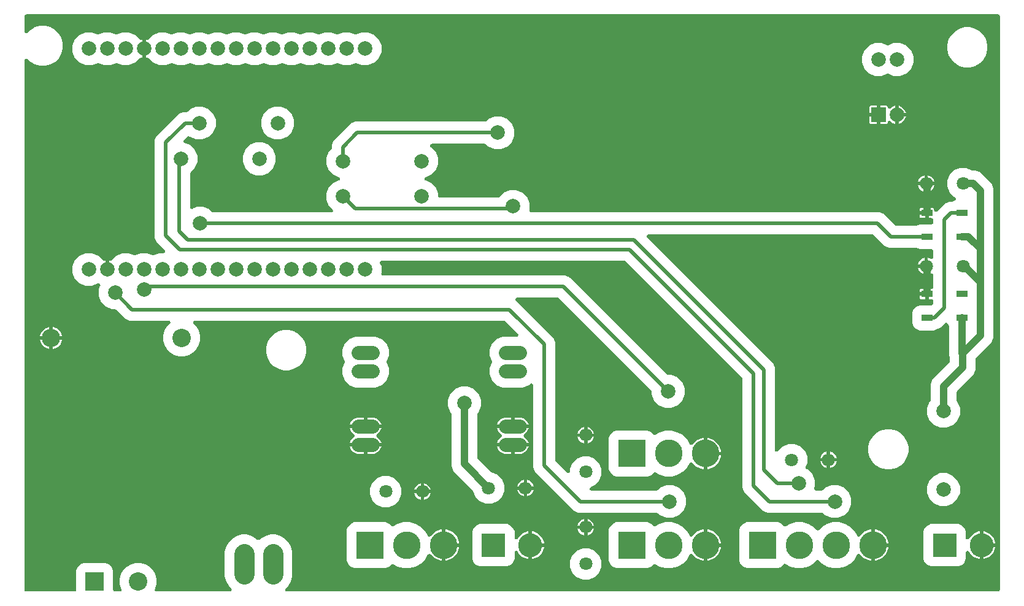
<source format=gbr>
G04 EAGLE Gerber RS-274X export*
G75*
%MOMM*%
%FSLAX34Y34*%
%LPD*%
%INTop Copper*%
%IPPOS*%
%AMOC8*
5,1,8,0,0,1.08239X$1,22.5*%
G01*
G04 Define Apertures*
%ADD10C,2.800000*%
%ADD11R,3.302000X3.302000*%
%ADD12C,3.302000*%
%ADD13R,3.810000X3.810000*%
%ADD14C,3.810000*%
%ADD15C,1.800000*%
%ADD16R,2.540000X2.540000*%
%ADD17C,2.540000*%
%ADD18C,2.000000*%
%ADD19R,2.000000X2.000000*%
%ADD20C,1.930400*%
%ADD21R,1.500000X0.900000*%
%ADD22C,1.016000*%
%ADD23C,0.508000*%
G36*
X82751Y12901D02*
X81760Y12700D01*
X15240Y12700D01*
X14324Y12871D01*
X13473Y13416D01*
X12901Y14249D01*
X12700Y15240D01*
X12700Y745994D01*
X12856Y746872D01*
X13388Y747732D01*
X14212Y748317D01*
X15200Y748534D01*
X16193Y748349D01*
X17036Y747790D01*
X20992Y743834D01*
X27308Y740188D01*
X34353Y738300D01*
X41647Y738300D01*
X48692Y740188D01*
X55008Y743834D01*
X60166Y748992D01*
X63812Y755308D01*
X65700Y762353D01*
X65700Y769647D01*
X63812Y776692D01*
X60166Y783008D01*
X55008Y788166D01*
X48692Y791812D01*
X41647Y793700D01*
X34353Y793700D01*
X27308Y791812D01*
X20992Y788166D01*
X17036Y784210D01*
X16305Y783700D01*
X15321Y783467D01*
X14324Y783637D01*
X13473Y784181D01*
X12901Y785015D01*
X12700Y786006D01*
X12700Y806960D01*
X12871Y807876D01*
X13416Y808727D01*
X14249Y809299D01*
X15240Y809500D01*
X1356160Y809500D01*
X1357076Y809329D01*
X1357927Y808784D01*
X1358499Y807951D01*
X1358700Y806960D01*
X1358700Y15240D01*
X1358529Y14324D01*
X1357984Y13473D01*
X1357151Y12901D01*
X1356160Y12700D01*
X375392Y12700D01*
X374514Y12856D01*
X373654Y13388D01*
X373069Y14212D01*
X372852Y15200D01*
X373037Y16193D01*
X373596Y17036D01*
X376965Y20406D01*
X380480Y26494D01*
X382300Y33285D01*
X382300Y68315D01*
X380480Y75106D01*
X376965Y81194D01*
X371994Y86165D01*
X365906Y89680D01*
X359115Y91500D01*
X352085Y91500D01*
X345294Y89680D01*
X339206Y86165D01*
X337596Y84556D01*
X336828Y84029D01*
X335841Y83812D01*
X334847Y83997D01*
X334004Y84556D01*
X332394Y86165D01*
X326306Y89680D01*
X319515Y91500D01*
X312485Y91500D01*
X305694Y89680D01*
X299606Y86165D01*
X294635Y81194D01*
X291120Y75106D01*
X289300Y68315D01*
X289300Y33285D01*
X291120Y26494D01*
X294635Y20406D01*
X298004Y17036D01*
X298514Y16305D01*
X298747Y15321D01*
X298578Y14324D01*
X298033Y13473D01*
X297199Y12901D01*
X296208Y12700D01*
X195230Y12700D01*
X194031Y13001D01*
X193253Y13646D01*
X192788Y14544D01*
X192710Y15551D01*
X193031Y16510D01*
X193369Y17096D01*
X195100Y23556D01*
X195100Y30244D01*
X193369Y36704D01*
X190025Y42496D01*
X185296Y47225D01*
X179504Y50569D01*
X173044Y52300D01*
X166356Y52300D01*
X159896Y50569D01*
X154104Y47225D01*
X149375Y42496D01*
X146031Y36704D01*
X144300Y30244D01*
X144300Y23556D01*
X146031Y17096D01*
X146369Y16510D01*
X146708Y15321D01*
X146539Y14324D01*
X145994Y13473D01*
X145160Y12901D01*
X144170Y12700D01*
X137640Y12700D01*
X136724Y12871D01*
X135873Y13416D01*
X135301Y14249D01*
X135100Y15240D01*
X135100Y42126D01*
X133167Y46794D01*
X129594Y50367D01*
X124926Y52300D01*
X94474Y52300D01*
X89806Y50367D01*
X86233Y46794D01*
X84300Y42126D01*
X84300Y15240D01*
X84129Y14324D01*
X83584Y13473D01*
X82751Y12901D01*
G37*
%LPC*%
G36*
X1310353Y736300D02*
X1317647Y736300D01*
X1324692Y738188D01*
X1331008Y741834D01*
X1336166Y746992D01*
X1339812Y753308D01*
X1341700Y760353D01*
X1341700Y767647D01*
X1339812Y774692D01*
X1336166Y781008D01*
X1331008Y786166D01*
X1324692Y789812D01*
X1317647Y791700D01*
X1310353Y791700D01*
X1303308Y789812D01*
X1296992Y786166D01*
X1291834Y781008D01*
X1288188Y774692D01*
X1286300Y767647D01*
X1286300Y760353D01*
X1288188Y753308D01*
X1291834Y746992D01*
X1296992Y741834D01*
X1303308Y738188D01*
X1310353Y736300D01*
G37*
G36*
X198685Y739300D02*
X207715Y739300D01*
X214928Y742288D01*
X215880Y742481D01*
X216872Y742288D01*
X224085Y739300D01*
X233115Y739300D01*
X240328Y742288D01*
X241280Y742481D01*
X242272Y742288D01*
X249485Y739300D01*
X258515Y739300D01*
X265728Y742288D01*
X266680Y742481D01*
X267672Y742288D01*
X274885Y739300D01*
X283915Y739300D01*
X291128Y742288D01*
X292080Y742481D01*
X293072Y742288D01*
X300285Y739300D01*
X309315Y739300D01*
X316528Y742288D01*
X317480Y742481D01*
X318472Y742288D01*
X325685Y739300D01*
X334715Y739300D01*
X341928Y742288D01*
X342880Y742481D01*
X343872Y742288D01*
X351085Y739300D01*
X360115Y739300D01*
X367328Y742288D01*
X368280Y742481D01*
X369272Y742288D01*
X376485Y739300D01*
X385515Y739300D01*
X392728Y742288D01*
X393680Y742481D01*
X394672Y742288D01*
X401885Y739300D01*
X410915Y739300D01*
X418128Y742288D01*
X419080Y742481D01*
X420072Y742288D01*
X427285Y739300D01*
X436315Y739300D01*
X443528Y742288D01*
X444480Y742481D01*
X445472Y742288D01*
X452685Y739300D01*
X461715Y739300D01*
X468928Y742288D01*
X469880Y742481D01*
X470872Y742288D01*
X478085Y739300D01*
X487115Y739300D01*
X495459Y742756D01*
X501844Y749142D01*
X505300Y757485D01*
X505300Y766515D01*
X501844Y774859D01*
X495459Y781244D01*
X487115Y784700D01*
X478085Y784700D01*
X470872Y781712D01*
X469920Y781519D01*
X468928Y781712D01*
X461715Y784700D01*
X452685Y784700D01*
X445472Y781712D01*
X444520Y781519D01*
X443528Y781712D01*
X436315Y784700D01*
X427285Y784700D01*
X420072Y781712D01*
X419120Y781519D01*
X418128Y781712D01*
X410915Y784700D01*
X401885Y784700D01*
X394672Y781712D01*
X393720Y781519D01*
X392728Y781712D01*
X385515Y784700D01*
X376485Y784700D01*
X369272Y781712D01*
X368320Y781519D01*
X367328Y781712D01*
X360115Y784700D01*
X351085Y784700D01*
X343872Y781712D01*
X342920Y781519D01*
X341928Y781712D01*
X334715Y784700D01*
X325685Y784700D01*
X318472Y781712D01*
X317520Y781519D01*
X316528Y781712D01*
X309315Y784700D01*
X300285Y784700D01*
X293072Y781712D01*
X292120Y781519D01*
X291128Y781712D01*
X283915Y784700D01*
X274885Y784700D01*
X267672Y781712D01*
X266720Y781519D01*
X265728Y781712D01*
X258515Y784700D01*
X249485Y784700D01*
X242272Y781712D01*
X241320Y781519D01*
X240328Y781712D01*
X233115Y784700D01*
X224085Y784700D01*
X216872Y781712D01*
X215920Y781519D01*
X214928Y781712D01*
X207715Y784700D01*
X198685Y784700D01*
X190342Y781244D01*
X183858Y774761D01*
X183072Y774226D01*
X182083Y774017D01*
X181090Y774210D01*
X180300Y774538D01*
X180300Y749462D01*
X181090Y749790D01*
X182022Y749983D01*
X183016Y749797D01*
X183858Y749239D01*
X190342Y742756D01*
X198685Y739300D01*
G37*
G36*
X97085Y739300D02*
X106115Y739300D01*
X113328Y742288D01*
X114280Y742481D01*
X115272Y742288D01*
X122485Y739300D01*
X131515Y739300D01*
X138728Y742288D01*
X139680Y742481D01*
X140672Y742288D01*
X147885Y739300D01*
X156915Y739300D01*
X165259Y742756D01*
X171742Y749239D01*
X172528Y749774D01*
X173518Y749983D01*
X174510Y749790D01*
X175300Y749462D01*
X175300Y774538D01*
X174510Y774210D01*
X173578Y774017D01*
X172584Y774203D01*
X171742Y774761D01*
X165259Y781244D01*
X156915Y784700D01*
X147885Y784700D01*
X140672Y781712D01*
X139720Y781519D01*
X138728Y781712D01*
X131515Y784700D01*
X122485Y784700D01*
X115272Y781712D01*
X114320Y781519D01*
X113328Y781712D01*
X106115Y784700D01*
X97085Y784700D01*
X88742Y781244D01*
X82356Y774859D01*
X78900Y766515D01*
X78900Y757485D01*
X82356Y749142D01*
X88742Y742756D01*
X97085Y739300D01*
G37*
G36*
X1186785Y724400D02*
X1195815Y724400D01*
X1203028Y727388D01*
X1203980Y727581D01*
X1204972Y727388D01*
X1212185Y724400D01*
X1221215Y724400D01*
X1229559Y727856D01*
X1235944Y734242D01*
X1239400Y742585D01*
X1239400Y751615D01*
X1235944Y759959D01*
X1229559Y766344D01*
X1221215Y769800D01*
X1212185Y769800D01*
X1204972Y766812D01*
X1204020Y766619D01*
X1203028Y766812D01*
X1195815Y769800D01*
X1186785Y769800D01*
X1178442Y766344D01*
X1172056Y759959D01*
X1168600Y751615D01*
X1168600Y742585D01*
X1172056Y734242D01*
X1178442Y727856D01*
X1186785Y724400D01*
G37*
G36*
X1178760Y673400D02*
X1188800Y673400D01*
X1188800Y683440D01*
X1180248Y683440D01*
X1178760Y681952D01*
X1178760Y673400D01*
G37*
G36*
X1193800Y658360D02*
X1202352Y658360D01*
X1203840Y659848D01*
X1203840Y659894D01*
X1203996Y660771D01*
X1204528Y661632D01*
X1205352Y662216D01*
X1206340Y662433D01*
X1207333Y662248D01*
X1208176Y661690D01*
X1209597Y660269D01*
X1214200Y658362D01*
X1214200Y683438D01*
X1209597Y681531D01*
X1208176Y680110D01*
X1207445Y679600D01*
X1206461Y679368D01*
X1205464Y679537D01*
X1204613Y680082D01*
X1204041Y680916D01*
X1203840Y681906D01*
X1203840Y681952D01*
X1202352Y683440D01*
X1193800Y683440D01*
X1193800Y658360D01*
G37*
G36*
X1219200Y673400D02*
X1229238Y673400D01*
X1227331Y678003D01*
X1223803Y681531D01*
X1219200Y683438D01*
X1219200Y673400D01*
G37*
G36*
X357685Y636800D02*
X366715Y636800D01*
X375059Y640256D01*
X381444Y646642D01*
X384900Y654985D01*
X384900Y664015D01*
X381444Y672359D01*
X375059Y678744D01*
X366715Y682200D01*
X357685Y682200D01*
X349342Y678744D01*
X342956Y672359D01*
X339500Y664015D01*
X339500Y654985D01*
X342956Y646642D01*
X349342Y640256D01*
X357685Y636800D01*
G37*
G36*
X898485Y114300D02*
X907515Y114300D01*
X915859Y117756D01*
X922244Y124142D01*
X925700Y132485D01*
X925700Y141515D01*
X922244Y149859D01*
X915859Y156244D01*
X907515Y159700D01*
X898485Y159700D01*
X890142Y156244D01*
X886881Y152984D01*
X886076Y152441D01*
X885085Y152240D01*
X795167Y152240D01*
X794308Y152390D01*
X793444Y152914D01*
X792853Y153734D01*
X792628Y154719D01*
X792805Y155715D01*
X793357Y156562D01*
X794195Y157127D01*
X799692Y159404D01*
X805796Y165508D01*
X809100Y173484D01*
X809100Y182116D01*
X805796Y190092D01*
X799692Y196196D01*
X791716Y199500D01*
X783084Y199500D01*
X775108Y196196D01*
X769004Y190092D01*
X765700Y182116D01*
X765700Y178985D01*
X765544Y178107D01*
X765012Y177247D01*
X764188Y176662D01*
X763201Y176445D01*
X762207Y176630D01*
X761364Y177189D01*
X745984Y192569D01*
X745441Y193374D01*
X745240Y194365D01*
X745240Y357031D01*
X742920Y362633D01*
X691049Y414504D01*
X690539Y415235D01*
X690306Y416219D01*
X690476Y417216D01*
X691020Y418067D01*
X691854Y418639D01*
X692845Y418840D01*
X748555Y418840D01*
X749509Y418654D01*
X750351Y418096D01*
X877556Y290891D01*
X878099Y290086D01*
X878300Y289095D01*
X878300Y284485D01*
X881756Y276142D01*
X888142Y269756D01*
X896485Y266300D01*
X905515Y266300D01*
X913859Y269756D01*
X920244Y276142D01*
X923700Y284485D01*
X923700Y293515D01*
X920244Y301859D01*
X913859Y308244D01*
X905515Y311700D01*
X900905Y311700D01*
X899951Y311886D01*
X899109Y312444D01*
X764553Y447000D01*
X758951Y449320D01*
X507708Y449320D01*
X506811Y449484D01*
X505955Y450022D01*
X505377Y450851D01*
X505168Y451840D01*
X505300Y452519D01*
X505300Y461715D01*
X503423Y466248D01*
X503230Y467139D01*
X503400Y468136D01*
X503945Y468987D01*
X504778Y469559D01*
X505769Y469760D01*
X840635Y469760D01*
X841589Y469574D01*
X842431Y469016D01*
X1003016Y308431D01*
X1003559Y307626D01*
X1003760Y306635D01*
X1003760Y155969D01*
X1006080Y150367D01*
X1032367Y124080D01*
X1037969Y121760D01*
X1113085Y121760D01*
X1114039Y121574D01*
X1114881Y121016D01*
X1118142Y117756D01*
X1126485Y114300D01*
X1135515Y114300D01*
X1143859Y117756D01*
X1150244Y124142D01*
X1153700Y132485D01*
X1153700Y141515D01*
X1150244Y149859D01*
X1143859Y156244D01*
X1135515Y159700D01*
X1126485Y159700D01*
X1118142Y156244D01*
X1114881Y152984D01*
X1114076Y152441D01*
X1113085Y152240D01*
X1105329Y152240D01*
X1104432Y152404D01*
X1103576Y152942D01*
X1102998Y153771D01*
X1102789Y154760D01*
X1102982Y155752D01*
X1103700Y157485D01*
X1103700Y166515D01*
X1100244Y174859D01*
X1093858Y181244D01*
X1092326Y181879D01*
X1091546Y182387D01*
X1090968Y183216D01*
X1090759Y184205D01*
X1090952Y185197D01*
X1093100Y190384D01*
X1093100Y199016D01*
X1089796Y206992D01*
X1083692Y213096D01*
X1075716Y216400D01*
X1067084Y216400D01*
X1059108Y213096D01*
X1052825Y206813D01*
X1052660Y206553D01*
X1051845Y205955D01*
X1050861Y205722D01*
X1049864Y205892D01*
X1049013Y206437D01*
X1048441Y207270D01*
X1048240Y208261D01*
X1048240Y322031D01*
X1045920Y327633D01*
X872209Y501344D01*
X871699Y502075D01*
X871466Y503059D01*
X871636Y504056D01*
X872180Y504907D01*
X873014Y505479D01*
X874005Y505680D01*
X1182715Y505680D01*
X1183669Y505494D01*
X1184511Y504936D01*
X1199867Y489580D01*
X1205469Y487260D01*
X1242737Y487260D01*
X1243709Y487067D01*
X1247974Y485300D01*
X1264220Y485300D01*
X1265136Y485129D01*
X1265987Y484584D01*
X1266559Y483751D01*
X1266760Y482760D01*
X1266760Y474291D01*
X1266596Y473394D01*
X1266058Y472538D01*
X1265229Y471960D01*
X1264240Y471751D01*
X1263248Y471944D01*
X1259600Y473455D01*
X1259600Y450545D01*
X1263248Y452056D01*
X1264139Y452248D01*
X1265136Y452078D01*
X1265987Y451534D01*
X1266559Y450700D01*
X1266760Y449709D01*
X1266760Y433080D01*
X1266589Y432164D01*
X1266044Y431313D01*
X1265211Y430741D01*
X1264220Y430540D01*
X1260500Y430540D01*
X1260500Y416460D01*
X1264220Y416460D01*
X1265136Y416289D01*
X1265987Y415744D01*
X1266559Y414911D01*
X1266760Y413920D01*
X1266760Y411365D01*
X1266574Y410411D01*
X1266016Y409569D01*
X1264891Y408444D01*
X1264086Y407901D01*
X1263095Y407700D01*
X1247974Y407700D01*
X1243306Y405767D01*
X1239733Y402194D01*
X1237800Y397526D01*
X1237800Y383474D01*
X1239733Y378806D01*
X1243306Y375233D01*
X1247974Y373300D01*
X1268026Y373300D01*
X1272694Y375233D01*
X1273204Y375744D01*
X1274028Y376294D01*
X1277133Y377580D01*
X1283007Y383454D01*
X1283756Y383973D01*
X1284742Y384197D01*
X1285737Y384020D01*
X1286585Y383468D01*
X1287149Y382630D01*
X1288867Y378483D01*
X1289019Y378258D01*
X1289220Y377267D01*
X1289220Y337963D01*
X1289527Y337223D01*
X1289720Y336251D01*
X1289720Y330917D01*
X1289534Y329964D01*
X1288976Y329121D01*
X1265927Y306072D01*
X1263220Y299537D01*
X1263220Y276975D01*
X1263034Y276021D01*
X1262476Y275179D01*
X1261756Y274459D01*
X1258300Y266115D01*
X1258300Y257085D01*
X1261756Y248742D01*
X1268142Y242356D01*
X1276485Y238900D01*
X1285515Y238900D01*
X1293859Y242356D01*
X1300244Y248742D01*
X1303700Y257085D01*
X1303700Y266115D01*
X1300244Y274459D01*
X1299524Y275179D01*
X1298981Y275984D01*
X1298780Y276975D01*
X1298780Y287583D01*
X1298966Y288536D01*
X1299524Y289379D01*
X1322573Y312428D01*
X1325280Y318963D01*
X1325280Y333583D01*
X1325466Y334536D01*
X1326024Y335379D01*
X1347073Y356428D01*
X1349780Y362963D01*
X1349780Y569537D01*
X1347073Y576072D01*
X1332072Y591073D01*
X1325537Y593780D01*
X1321861Y593780D01*
X1320907Y593966D01*
X1320366Y594325D01*
X1312216Y597700D01*
X1303584Y597700D01*
X1295608Y594396D01*
X1289504Y588292D01*
X1286200Y580316D01*
X1286200Y571684D01*
X1289504Y563708D01*
X1295608Y557604D01*
X1296545Y557216D01*
X1297296Y556735D01*
X1297887Y555915D01*
X1298112Y554930D01*
X1297935Y553934D01*
X1297383Y553087D01*
X1296545Y552522D01*
X1292709Y550933D01*
X1291737Y550740D01*
X1288469Y550740D01*
X1282867Y548420D01*
X1272376Y537929D01*
X1271645Y537419D01*
X1270661Y537186D01*
X1269664Y537356D01*
X1268813Y537900D01*
X1268241Y538734D01*
X1268040Y539725D01*
X1268040Y541052D01*
X1266552Y542540D01*
X1260500Y542540D01*
X1260500Y528460D01*
X1264220Y528460D01*
X1265136Y528289D01*
X1265987Y527744D01*
X1266559Y526911D01*
X1266760Y525920D01*
X1266760Y522240D01*
X1266589Y521324D01*
X1266044Y520473D01*
X1265211Y519901D01*
X1264220Y519700D01*
X1247974Y519700D01*
X1243709Y517933D01*
X1242737Y517740D01*
X1215865Y517740D01*
X1214911Y517926D01*
X1214069Y518484D01*
X1198713Y533840D01*
X1193111Y536160D01*
X711914Y536160D01*
X711017Y536324D01*
X710161Y536862D01*
X709583Y537691D01*
X709374Y538680D01*
X709567Y539672D01*
X709666Y539910D01*
X709666Y548941D01*
X706210Y557284D01*
X699824Y563670D01*
X691481Y567126D01*
X682450Y567126D01*
X674107Y563670D01*
X667881Y557444D01*
X667076Y556901D01*
X666085Y556700D01*
X585840Y556700D01*
X584924Y556871D01*
X584073Y557416D01*
X583501Y558249D01*
X583300Y559240D01*
X583300Y562515D01*
X579844Y570859D01*
X573459Y577244D01*
X566435Y580153D01*
X565684Y580634D01*
X565093Y581454D01*
X564868Y582439D01*
X565045Y583435D01*
X565597Y584282D01*
X566435Y584847D01*
X573459Y587756D01*
X579844Y594142D01*
X583300Y602485D01*
X583300Y611515D01*
X579844Y619859D01*
X573279Y626424D01*
X572769Y627155D01*
X572536Y628139D01*
X572706Y629136D01*
X573250Y629987D01*
X574084Y630559D01*
X575075Y630760D01*
X648085Y630760D01*
X649039Y630574D01*
X649881Y630016D01*
X653142Y626756D01*
X661485Y623300D01*
X670515Y623300D01*
X678859Y626756D01*
X685244Y633142D01*
X688700Y641485D01*
X688700Y650515D01*
X685244Y658859D01*
X678859Y665244D01*
X670515Y668700D01*
X661485Y668700D01*
X653142Y665244D01*
X649881Y661984D01*
X649076Y661441D01*
X648085Y661240D01*
X468969Y661240D01*
X463367Y658920D01*
X439480Y635033D01*
X437160Y629431D01*
X437160Y624915D01*
X436974Y623961D01*
X436416Y623119D01*
X433156Y619859D01*
X429700Y611515D01*
X429700Y602485D01*
X433156Y594142D01*
X439542Y587756D01*
X446565Y584847D01*
X447316Y584366D01*
X447907Y583546D01*
X448132Y582561D01*
X447955Y581566D01*
X447403Y580718D01*
X446565Y580153D01*
X439542Y577244D01*
X433156Y570859D01*
X429700Y562515D01*
X429700Y553485D01*
X433156Y545142D01*
X437801Y540496D01*
X438311Y539765D01*
X438544Y538781D01*
X438374Y537784D01*
X437830Y536933D01*
X436996Y536361D01*
X436005Y536160D01*
X273110Y536160D01*
X272157Y536346D01*
X271314Y536904D01*
X268054Y540164D01*
X259711Y543620D01*
X250680Y543620D01*
X244752Y541164D01*
X243861Y540972D01*
X242864Y541142D01*
X242013Y541687D01*
X241441Y542520D01*
X241240Y543511D01*
X241240Y589485D01*
X241426Y590439D01*
X241984Y591281D01*
X247844Y597142D01*
X251300Y605485D01*
X251300Y614515D01*
X247844Y622859D01*
X241458Y629244D01*
X233896Y632377D01*
X233130Y632871D01*
X232545Y633695D01*
X232328Y634683D01*
X232514Y635677D01*
X233072Y636519D01*
X237179Y640626D01*
X237947Y641153D01*
X238935Y641370D01*
X239928Y641185D01*
X240771Y640626D01*
X241141Y640256D01*
X249485Y636800D01*
X258515Y636800D01*
X266859Y640256D01*
X273244Y646642D01*
X276700Y654985D01*
X276700Y664015D01*
X273244Y672359D01*
X266859Y678744D01*
X258515Y682200D01*
X249485Y682200D01*
X241142Y678744D01*
X237881Y675484D01*
X237076Y674941D01*
X236085Y674740D01*
X231469Y674740D01*
X225867Y672420D01*
X195080Y641633D01*
X192760Y636031D01*
X192760Y500969D01*
X195080Y495367D01*
X206211Y484236D01*
X206721Y483505D01*
X206954Y482521D01*
X206785Y481524D01*
X206240Y480673D01*
X205406Y480101D01*
X204415Y479900D01*
X198685Y479900D01*
X191472Y476912D01*
X190520Y476719D01*
X189528Y476912D01*
X182315Y479900D01*
X173285Y479900D01*
X166072Y476912D01*
X165120Y476719D01*
X164128Y476912D01*
X156915Y479900D01*
X147885Y479900D01*
X139542Y476444D01*
X133058Y469961D01*
X132272Y469426D01*
X131283Y469217D01*
X130290Y469410D01*
X129500Y469738D01*
X129500Y454700D01*
X124500Y454700D01*
X124500Y469738D01*
X123710Y469410D01*
X122778Y469217D01*
X121784Y469403D01*
X120942Y469961D01*
X114459Y476444D01*
X106115Y479900D01*
X97085Y479900D01*
X88742Y476444D01*
X82356Y470059D01*
X78900Y461715D01*
X78900Y452685D01*
X82356Y444342D01*
X88742Y437956D01*
X97085Y434500D01*
X106115Y434500D01*
X114029Y437778D01*
X114900Y437969D01*
X115898Y437808D01*
X116754Y437270D01*
X117332Y436441D01*
X117541Y435452D01*
X117348Y434459D01*
X115300Y429515D01*
X115300Y420485D01*
X118756Y412142D01*
X125142Y405756D01*
X133485Y402300D01*
X138095Y402300D01*
X139049Y402114D01*
X139891Y401556D01*
X152367Y389080D01*
X157969Y386760D01*
X211507Y386760D01*
X212385Y386604D01*
X213245Y386072D01*
X213830Y385248D01*
X214047Y384261D01*
X213861Y383267D01*
X213303Y382424D01*
X209375Y378496D01*
X206031Y372704D01*
X204300Y366244D01*
X204300Y359556D01*
X206031Y353096D01*
X209375Y347304D01*
X214104Y342575D01*
X219896Y339231D01*
X226356Y337500D01*
X233044Y337500D01*
X239504Y339231D01*
X245296Y342575D01*
X250025Y347304D01*
X253369Y353096D01*
X255100Y359556D01*
X255100Y366244D01*
X253369Y372704D01*
X250025Y378496D01*
X246097Y382424D01*
X245587Y383155D01*
X245354Y384139D01*
X245524Y385136D01*
X246069Y385987D01*
X246902Y386559D01*
X247893Y386760D01*
X674635Y386760D01*
X675589Y386574D01*
X676431Y386016D01*
X693434Y369013D01*
X693944Y368282D01*
X694177Y367298D01*
X694007Y366302D01*
X693463Y365450D01*
X692629Y364878D01*
X691638Y364677D01*
X672606Y364677D01*
X664391Y361274D01*
X658103Y354987D01*
X654700Y346771D01*
X654700Y337879D01*
X657716Y330597D01*
X657910Y329645D01*
X657716Y328653D01*
X654700Y321371D01*
X654700Y312479D01*
X658103Y304264D01*
X664391Y297976D01*
X672606Y294573D01*
X700802Y294573D01*
X709017Y297976D01*
X710424Y299383D01*
X711155Y299893D01*
X712139Y300125D01*
X713136Y299956D01*
X713987Y299411D01*
X714559Y298577D01*
X714760Y297587D01*
X714760Y183969D01*
X717080Y178367D01*
X771367Y124080D01*
X776969Y121760D01*
X885085Y121760D01*
X886039Y121574D01*
X886881Y121016D01*
X890142Y117756D01*
X898485Y114300D01*
G37*
G36*
X1219200Y668400D02*
X1219200Y658362D01*
X1223803Y660269D01*
X1227331Y663797D01*
X1229238Y668400D01*
X1219200Y668400D01*
G37*
G36*
X1180248Y658360D02*
X1188800Y658360D01*
X1188800Y668400D01*
X1178760Y668400D01*
X1178760Y659848D01*
X1180248Y658360D01*
G37*
G36*
X332285Y587300D02*
X341315Y587300D01*
X349659Y590756D01*
X356044Y597142D01*
X359500Y605485D01*
X359500Y614515D01*
X356044Y622859D01*
X349659Y629244D01*
X341315Y632700D01*
X332285Y632700D01*
X323942Y629244D01*
X317556Y622859D01*
X314100Y614515D01*
X314100Y605485D01*
X317556Y597142D01*
X323942Y590756D01*
X332285Y587300D01*
G37*
G36*
X1245645Y578500D02*
X1254600Y578500D01*
X1254600Y587455D01*
X1250563Y585783D01*
X1247317Y582537D01*
X1245645Y578500D01*
G37*
G36*
X1259600Y578500D02*
X1268555Y578500D01*
X1266883Y582537D01*
X1263637Y585783D01*
X1259600Y587455D01*
X1259600Y578500D01*
G37*
G36*
X1259600Y573500D02*
X1259600Y564545D01*
X1263637Y566217D01*
X1266883Y569463D01*
X1268555Y573500D01*
X1259600Y573500D01*
G37*
G36*
X1250563Y566217D02*
X1254600Y564545D01*
X1254600Y573500D01*
X1245645Y573500D01*
X1247317Y569463D01*
X1250563Y566217D01*
G37*
G36*
X1247960Y538000D02*
X1255500Y538000D01*
X1255500Y542540D01*
X1249448Y542540D01*
X1247960Y541052D01*
X1247960Y538000D01*
G37*
G36*
X1249448Y528460D02*
X1255500Y528460D01*
X1255500Y533000D01*
X1247960Y533000D01*
X1247960Y529948D01*
X1249448Y528460D01*
G37*
G36*
X1245645Y464500D02*
X1254600Y464500D01*
X1254600Y473455D01*
X1250563Y471783D01*
X1247317Y468537D01*
X1245645Y464500D01*
G37*
G36*
X1250563Y452217D02*
X1254600Y450545D01*
X1254600Y459500D01*
X1245645Y459500D01*
X1247317Y455463D01*
X1250563Y452217D01*
G37*
G36*
X1247960Y426000D02*
X1255500Y426000D01*
X1255500Y430540D01*
X1249448Y430540D01*
X1247960Y429052D01*
X1247960Y426000D01*
G37*
G36*
X1249448Y416460D02*
X1255500Y416460D01*
X1255500Y421000D01*
X1247960Y421000D01*
X1247960Y417948D01*
X1249448Y416460D01*
G37*
G36*
X34460Y365400D02*
X47200Y365400D01*
X47200Y378140D01*
X46669Y378140D01*
X41067Y375820D01*
X36780Y371533D01*
X34460Y365931D01*
X34460Y365400D01*
G37*
G36*
X52200Y365400D02*
X64940Y365400D01*
X64940Y365931D01*
X62620Y371533D01*
X58333Y375820D01*
X52731Y378140D01*
X52200Y378140D01*
X52200Y365400D01*
G37*
G36*
X370353Y318300D02*
X377647Y318300D01*
X384692Y320188D01*
X391008Y323834D01*
X396166Y328992D01*
X399812Y335308D01*
X401700Y342353D01*
X401700Y349647D01*
X399812Y356692D01*
X396166Y363008D01*
X391008Y368166D01*
X384692Y371812D01*
X377647Y373700D01*
X370353Y373700D01*
X363308Y371812D01*
X356992Y368166D01*
X351834Y363008D01*
X348188Y356692D01*
X346300Y349647D01*
X346300Y342353D01*
X348188Y335308D01*
X351834Y328992D01*
X356992Y323834D01*
X363308Y320188D01*
X370353Y318300D01*
G37*
G36*
X469406Y294573D02*
X497602Y294573D01*
X505817Y297976D01*
X512105Y304264D01*
X515508Y312479D01*
X515508Y321371D01*
X512492Y328653D01*
X512298Y329605D01*
X512492Y330597D01*
X515508Y337879D01*
X515508Y346771D01*
X512105Y354987D01*
X505817Y361274D01*
X497602Y364677D01*
X469406Y364677D01*
X461191Y361274D01*
X454903Y354987D01*
X451500Y346771D01*
X451500Y337879D01*
X454516Y330597D01*
X454710Y329645D01*
X454516Y328653D01*
X451500Y321371D01*
X451500Y312479D01*
X454903Y304264D01*
X461191Y297976D01*
X469406Y294573D01*
G37*
G36*
X52200Y347660D02*
X52731Y347660D01*
X58333Y349980D01*
X62620Y354267D01*
X64940Y359869D01*
X64940Y360400D01*
X52200Y360400D01*
X52200Y347660D01*
G37*
G36*
X46669Y347660D02*
X47200Y347660D01*
X47200Y360400D01*
X34460Y360400D01*
X34460Y359869D01*
X36780Y354267D01*
X41067Y349980D01*
X46669Y347660D01*
G37*
G36*
X649084Y133900D02*
X657716Y133900D01*
X665692Y137204D01*
X671796Y143308D01*
X675100Y151284D01*
X675100Y159916D01*
X671796Y167892D01*
X665692Y173996D01*
X657556Y177366D01*
X656944Y177486D01*
X656101Y178044D01*
X638524Y195621D01*
X637981Y196426D01*
X637780Y197417D01*
X637780Y257625D01*
X637966Y258579D01*
X638524Y259421D01*
X639244Y260142D01*
X642700Y268485D01*
X642700Y277515D01*
X639244Y285859D01*
X632859Y292244D01*
X624515Y295700D01*
X615485Y295700D01*
X607142Y292244D01*
X600756Y285859D01*
X597300Y277515D01*
X597300Y268485D01*
X600756Y260142D01*
X601476Y259421D01*
X602019Y258616D01*
X602220Y257625D01*
X602220Y185463D01*
X604927Y178928D01*
X630956Y152899D01*
X631499Y152094D01*
X631628Y151457D01*
X635004Y143308D01*
X641108Y137204D01*
X649084Y133900D01*
G37*
G36*
X664891Y243225D02*
X684204Y243225D01*
X684204Y252917D01*
X674627Y252917D01*
X670146Y251061D01*
X666716Y247631D01*
X664891Y243225D01*
G37*
G36*
X461691Y243225D02*
X481004Y243225D01*
X481004Y252917D01*
X471427Y252917D01*
X466946Y251061D01*
X463516Y247631D01*
X461691Y243225D01*
G37*
G36*
X486004Y243225D02*
X505317Y243225D01*
X503492Y247631D01*
X500062Y251061D01*
X495581Y252917D01*
X486004Y252917D01*
X486004Y243225D01*
G37*
G36*
X689204Y243225D02*
X708517Y243225D01*
X706692Y247631D01*
X703262Y251061D01*
X698781Y252917D01*
X689204Y252917D01*
X689204Y243225D01*
G37*
G36*
X775945Y231100D02*
X784900Y231100D01*
X784900Y240055D01*
X780863Y238383D01*
X777617Y235137D01*
X775945Y231100D01*
G37*
G36*
X789900Y231100D02*
X798855Y231100D01*
X797183Y235137D01*
X793937Y238383D01*
X789900Y240055D01*
X789900Y231100D01*
G37*
G36*
X664891Y217825D02*
X708517Y217825D01*
X706692Y222231D01*
X703262Y225661D01*
X703220Y225678D01*
X702469Y226159D01*
X701878Y226979D01*
X701653Y227964D01*
X701830Y228960D01*
X702382Y229807D01*
X703220Y230372D01*
X703262Y230389D01*
X706692Y233819D01*
X708517Y238225D01*
X664891Y238225D01*
X666716Y233819D01*
X670146Y230389D01*
X670188Y230372D01*
X670939Y229891D01*
X671530Y229071D01*
X671755Y228086D01*
X671578Y227091D01*
X671026Y226243D01*
X670188Y225678D01*
X670146Y225661D01*
X666716Y222231D01*
X664891Y217825D01*
G37*
G36*
X461691Y217825D02*
X505317Y217825D01*
X503492Y222231D01*
X500062Y225661D01*
X500020Y225678D01*
X499269Y226159D01*
X498678Y226979D01*
X498453Y227964D01*
X498630Y228960D01*
X499182Y229807D01*
X500020Y230372D01*
X500062Y230389D01*
X503492Y233819D01*
X505317Y238225D01*
X461691Y238225D01*
X463516Y233819D01*
X466946Y230389D01*
X466988Y230372D01*
X467739Y229891D01*
X468330Y229071D01*
X468555Y228086D01*
X468378Y227091D01*
X467826Y226243D01*
X466988Y225678D01*
X466946Y225661D01*
X463516Y222231D01*
X461691Y217825D01*
G37*
G36*
X1201353Y181300D02*
X1208647Y181300D01*
X1215692Y183188D01*
X1222008Y186834D01*
X1227166Y191992D01*
X1230812Y198308D01*
X1232700Y205353D01*
X1232700Y212647D01*
X1230812Y219692D01*
X1227166Y226008D01*
X1222008Y231166D01*
X1215692Y234812D01*
X1208647Y236700D01*
X1201353Y236700D01*
X1194308Y234812D01*
X1187992Y231166D01*
X1182834Y226008D01*
X1179188Y219692D01*
X1177300Y212647D01*
X1177300Y205353D01*
X1179188Y198308D01*
X1182834Y191992D01*
X1187992Y186834D01*
X1194308Y183188D01*
X1201353Y181300D01*
G37*
G36*
X829324Y171450D02*
X872476Y171450D01*
X877144Y173383D01*
X880414Y176654D01*
X881514Y177300D01*
X882522Y177379D01*
X883480Y177057D01*
X889445Y173614D01*
X897520Y171450D01*
X905880Y171450D01*
X913955Y173614D01*
X921195Y177794D01*
X927106Y183705D01*
X930706Y189940D01*
X931053Y190407D01*
X931878Y190992D01*
X932865Y191209D01*
X933859Y191024D01*
X934702Y190466D01*
X940270Y184897D01*
X948205Y181610D01*
X950000Y181610D01*
X950000Y224790D01*
X948205Y224790D01*
X940270Y221503D01*
X934702Y215934D01*
X934245Y215572D01*
X933297Y215221D01*
X932287Y215267D01*
X931375Y215703D01*
X930706Y216461D01*
X927106Y222695D01*
X921195Y228606D01*
X913955Y232786D01*
X905880Y234950D01*
X897520Y234950D01*
X889445Y232786D01*
X883480Y229343D01*
X882251Y229003D01*
X881257Y229188D01*
X880414Y229746D01*
X877144Y233017D01*
X872476Y234950D01*
X829324Y234950D01*
X824656Y233017D01*
X821083Y229444D01*
X819150Y224776D01*
X819150Y181624D01*
X821083Y176956D01*
X824656Y173383D01*
X829324Y171450D01*
G37*
G36*
X789900Y226100D02*
X789900Y217145D01*
X793937Y218817D01*
X797183Y222063D01*
X798855Y226100D01*
X789900Y226100D01*
G37*
G36*
X780863Y218817D02*
X784900Y217145D01*
X784900Y226100D01*
X775945Y226100D01*
X777617Y222063D01*
X780863Y218817D01*
G37*
G36*
X955000Y205700D02*
X974090Y205700D01*
X974090Y207495D01*
X970803Y215430D01*
X964730Y221503D01*
X956795Y224790D01*
X955000Y224790D01*
X955000Y205700D01*
G37*
G36*
X486004Y203133D02*
X495581Y203133D01*
X500062Y204989D01*
X503492Y208419D01*
X505317Y212825D01*
X486004Y212825D01*
X486004Y203133D01*
G37*
G36*
X689204Y203133D02*
X698781Y203133D01*
X703262Y204989D01*
X706692Y208419D01*
X708517Y212825D01*
X689204Y212825D01*
X689204Y203133D01*
G37*
G36*
X674627Y203133D02*
X684204Y203133D01*
X684204Y212825D01*
X664891Y212825D01*
X666716Y208419D01*
X670146Y204989D01*
X674627Y203133D01*
G37*
G36*
X471427Y203133D02*
X481004Y203133D01*
X481004Y212825D01*
X461691Y212825D01*
X463516Y208419D01*
X466946Y204989D01*
X471427Y203133D01*
G37*
G36*
X1110745Y197200D02*
X1119700Y197200D01*
X1119700Y206155D01*
X1115663Y204483D01*
X1112417Y201237D01*
X1110745Y197200D01*
G37*
G36*
X1124700Y197200D02*
X1133655Y197200D01*
X1131983Y201237D01*
X1128737Y204483D01*
X1124700Y206155D01*
X1124700Y197200D01*
G37*
G36*
X955000Y181610D02*
X956795Y181610D01*
X964730Y184897D01*
X970803Y190970D01*
X974090Y198905D01*
X974090Y200700D01*
X955000Y200700D01*
X955000Y181610D01*
G37*
G36*
X1115663Y184917D02*
X1119700Y183245D01*
X1119700Y192200D01*
X1110745Y192200D01*
X1112417Y188163D01*
X1115663Y184917D01*
G37*
G36*
X1124700Y192200D02*
X1124700Y183245D01*
X1128737Y184917D01*
X1131983Y188163D01*
X1133655Y192200D01*
X1124700Y192200D01*
G37*
G36*
X1276485Y130700D02*
X1285515Y130700D01*
X1293859Y134156D01*
X1300244Y140542D01*
X1303700Y148885D01*
X1303700Y157915D01*
X1300244Y166259D01*
X1293859Y172644D01*
X1285515Y176100D01*
X1276485Y176100D01*
X1268142Y172644D01*
X1261756Y166259D01*
X1258300Y157915D01*
X1258300Y148885D01*
X1261756Y140542D01*
X1268142Y134156D01*
X1276485Y130700D01*
G37*
G36*
X506884Y129100D02*
X515516Y129100D01*
X523492Y132404D01*
X529596Y138508D01*
X532900Y146484D01*
X532900Y155116D01*
X529596Y163092D01*
X523492Y169196D01*
X515516Y172500D01*
X506884Y172500D01*
X498908Y169196D01*
X492804Y163092D01*
X489500Y155116D01*
X489500Y146484D01*
X492804Y138508D01*
X498908Y132404D01*
X506884Y129100D01*
G37*
G36*
X692745Y158100D02*
X701700Y158100D01*
X701700Y167055D01*
X697663Y165383D01*
X694417Y162137D01*
X692745Y158100D01*
G37*
G36*
X706700Y158100D02*
X715655Y158100D01*
X713983Y162137D01*
X710737Y165383D01*
X706700Y167055D01*
X706700Y158100D01*
G37*
G36*
X550545Y153300D02*
X559500Y153300D01*
X559500Y162255D01*
X555463Y160583D01*
X552217Y157337D01*
X550545Y153300D01*
G37*
G36*
X564500Y153300D02*
X573455Y153300D01*
X571783Y157337D01*
X568537Y160583D01*
X564500Y162255D01*
X564500Y153300D01*
G37*
G36*
X697663Y145817D02*
X701700Y144145D01*
X701700Y153100D01*
X692745Y153100D01*
X694417Y149063D01*
X697663Y145817D01*
G37*
G36*
X706700Y153100D02*
X706700Y144145D01*
X710737Y145817D01*
X713983Y149063D01*
X715655Y153100D01*
X706700Y153100D01*
G37*
G36*
X564500Y148300D02*
X564500Y139345D01*
X568537Y141017D01*
X571783Y144263D01*
X573455Y148300D01*
X564500Y148300D01*
G37*
G36*
X555463Y141017D02*
X559500Y139345D01*
X559500Y148300D01*
X550545Y148300D01*
X552217Y144263D01*
X555463Y141017D01*
G37*
G36*
X775945Y104100D02*
X784900Y104100D01*
X784900Y113055D01*
X780863Y111383D01*
X777617Y108137D01*
X775945Y104100D01*
G37*
G36*
X789900Y104100D02*
X798855Y104100D01*
X797183Y108137D01*
X793937Y111383D01*
X789900Y113055D01*
X789900Y104100D01*
G37*
G36*
X829324Y45016D02*
X872476Y45016D01*
X877144Y46950D01*
X880414Y50220D01*
X881514Y50866D01*
X882522Y50945D01*
X883480Y50624D01*
X889445Y47180D01*
X897520Y45016D01*
X905880Y45016D01*
X913955Y47180D01*
X921195Y51360D01*
X927106Y57271D01*
X930706Y63506D01*
X931053Y63974D01*
X931878Y64558D01*
X932865Y64775D01*
X933859Y64590D01*
X934702Y64032D01*
X940270Y58463D01*
X948205Y55176D01*
X950000Y55176D01*
X950000Y98356D01*
X948205Y98356D01*
X940270Y95069D01*
X934702Y89501D01*
X934245Y89139D01*
X933297Y88787D01*
X932287Y88833D01*
X931375Y89269D01*
X930706Y90027D01*
X927106Y96261D01*
X921195Y102172D01*
X913955Y106352D01*
X905880Y108516D01*
X897520Y108516D01*
X889445Y106352D01*
X883480Y102909D01*
X882251Y102569D01*
X881257Y102754D01*
X880414Y103312D01*
X877144Y106583D01*
X872476Y108516D01*
X829324Y108516D01*
X824656Y106583D01*
X821083Y103010D01*
X819150Y98342D01*
X819150Y55190D01*
X821083Y50522D01*
X824656Y46950D01*
X829324Y45016D01*
G37*
G36*
X467983Y45016D02*
X511135Y45016D01*
X515803Y46950D01*
X519073Y50220D01*
X520173Y50866D01*
X521180Y50945D01*
X522139Y50624D01*
X528104Y47180D01*
X536179Y45016D01*
X544539Y45016D01*
X552614Y47180D01*
X559854Y51360D01*
X565765Y57271D01*
X569364Y63506D01*
X569712Y63974D01*
X570536Y64558D01*
X571524Y64775D01*
X572517Y64590D01*
X573360Y64032D01*
X578929Y58463D01*
X586864Y55176D01*
X588659Y55176D01*
X588659Y98356D01*
X586864Y98356D01*
X578929Y95069D01*
X573360Y89501D01*
X572904Y89139D01*
X571956Y88787D01*
X570946Y88833D01*
X570034Y89269D01*
X569364Y90027D01*
X565765Y96261D01*
X559854Y102172D01*
X552614Y106352D01*
X544539Y108516D01*
X536179Y108516D01*
X528104Y106352D01*
X522139Y102909D01*
X520910Y102569D01*
X519916Y102754D01*
X519073Y103312D01*
X515803Y106583D01*
X511135Y108516D01*
X467983Y108516D01*
X463315Y106583D01*
X459742Y103010D01*
X457809Y98342D01*
X457809Y55190D01*
X459742Y50522D01*
X463315Y46950D01*
X467983Y45016D01*
G37*
G36*
X1009524Y45016D02*
X1052676Y45016D01*
X1057344Y46950D01*
X1060614Y50220D01*
X1061714Y50866D01*
X1062722Y50945D01*
X1063680Y50624D01*
X1069645Y47180D01*
X1077720Y45016D01*
X1086080Y45016D01*
X1094155Y47180D01*
X1101395Y51360D01*
X1105504Y55469D01*
X1106272Y55995D01*
X1107260Y56212D01*
X1108253Y56027D01*
X1109096Y55469D01*
X1113205Y51360D01*
X1120445Y47180D01*
X1128520Y45016D01*
X1136880Y45016D01*
X1144955Y47180D01*
X1152195Y51360D01*
X1158106Y57271D01*
X1161706Y63506D01*
X1162053Y63974D01*
X1162878Y64558D01*
X1163865Y64775D01*
X1164859Y64590D01*
X1165702Y64032D01*
X1171270Y58463D01*
X1179205Y55176D01*
X1181000Y55176D01*
X1181000Y98356D01*
X1179205Y98356D01*
X1171270Y95069D01*
X1165702Y89501D01*
X1165245Y89139D01*
X1164297Y88787D01*
X1163287Y88833D01*
X1162375Y89269D01*
X1161706Y90027D01*
X1158106Y96261D01*
X1152195Y102172D01*
X1144955Y106352D01*
X1136880Y108516D01*
X1128520Y108516D01*
X1120445Y106352D01*
X1113205Y102172D01*
X1109096Y98063D01*
X1108328Y97537D01*
X1107341Y97320D01*
X1106347Y97505D01*
X1105504Y98063D01*
X1101395Y102172D01*
X1094155Y106352D01*
X1086080Y108516D01*
X1077720Y108516D01*
X1069645Y106352D01*
X1063680Y102909D01*
X1062451Y102569D01*
X1061457Y102754D01*
X1060614Y103312D01*
X1057344Y106583D01*
X1052676Y108516D01*
X1009524Y108516D01*
X1004856Y106583D01*
X1001283Y103010D01*
X999350Y98342D01*
X999350Y55190D01*
X1001283Y50522D01*
X1004856Y46950D01*
X1009524Y45016D01*
G37*
G36*
X640764Y47556D02*
X678836Y47556D01*
X683504Y49490D01*
X687077Y53062D01*
X689010Y57730D01*
X689010Y66340D01*
X689160Y67198D01*
X689684Y68063D01*
X690504Y68654D01*
X691489Y68879D01*
X692485Y68701D01*
X693332Y68150D01*
X693897Y67312D01*
X694450Y65975D01*
X699809Y60616D01*
X706811Y57716D01*
X708100Y57716D01*
X708100Y95816D01*
X706811Y95816D01*
X699809Y92916D01*
X694450Y87557D01*
X693897Y86221D01*
X693430Y85485D01*
X692615Y84887D01*
X691631Y84654D01*
X690634Y84824D01*
X689783Y85368D01*
X689211Y86202D01*
X689010Y87193D01*
X689010Y95802D01*
X687077Y100470D01*
X683504Y104043D01*
X678836Y105976D01*
X640764Y105976D01*
X636096Y104043D01*
X632523Y100470D01*
X630590Y95802D01*
X630590Y57730D01*
X632523Y53062D01*
X636096Y49490D01*
X640764Y47556D01*
G37*
G36*
X1263564Y47556D02*
X1301636Y47556D01*
X1306304Y49490D01*
X1309877Y53062D01*
X1311810Y57730D01*
X1311810Y66340D01*
X1311960Y67198D01*
X1312484Y68063D01*
X1313304Y68654D01*
X1314289Y68879D01*
X1315285Y68701D01*
X1316132Y68150D01*
X1316697Y67312D01*
X1317250Y65975D01*
X1322609Y60616D01*
X1329611Y57716D01*
X1330900Y57716D01*
X1330900Y95816D01*
X1329611Y95816D01*
X1322609Y92916D01*
X1317250Y87557D01*
X1316697Y86221D01*
X1316230Y85485D01*
X1315415Y84887D01*
X1314431Y84654D01*
X1313434Y84824D01*
X1312583Y85368D01*
X1312011Y86202D01*
X1311810Y87193D01*
X1311810Y95802D01*
X1309877Y100470D01*
X1306304Y104043D01*
X1301636Y105976D01*
X1263564Y105976D01*
X1258896Y104043D01*
X1255323Y100470D01*
X1253390Y95802D01*
X1253390Y57730D01*
X1255323Y53062D01*
X1258896Y49490D01*
X1263564Y47556D01*
G37*
G36*
X789900Y99100D02*
X789900Y90145D01*
X793937Y91817D01*
X797183Y95063D01*
X798855Y99100D01*
X789900Y99100D01*
G37*
G36*
X780863Y91817D02*
X784900Y90145D01*
X784900Y99100D01*
X775945Y99100D01*
X777617Y95063D01*
X780863Y91817D01*
G37*
G36*
X955000Y79266D02*
X974090Y79266D01*
X974090Y81061D01*
X970803Y88996D01*
X964730Y95069D01*
X956795Y98356D01*
X955000Y98356D01*
X955000Y79266D01*
G37*
G36*
X593659Y79266D02*
X612749Y79266D01*
X612749Y81061D01*
X609462Y88996D01*
X603388Y95069D01*
X595453Y98356D01*
X593659Y98356D01*
X593659Y79266D01*
G37*
G36*
X1186000Y79266D02*
X1205090Y79266D01*
X1205090Y81061D01*
X1201803Y88996D01*
X1195730Y95069D01*
X1187795Y98356D01*
X1186000Y98356D01*
X1186000Y79266D01*
G37*
G36*
X713100Y79266D02*
X729650Y79266D01*
X729650Y80555D01*
X726750Y87557D01*
X721391Y92916D01*
X714389Y95816D01*
X713100Y95816D01*
X713100Y79266D01*
G37*
G36*
X1335900Y79266D02*
X1352450Y79266D01*
X1352450Y80555D01*
X1349550Y87557D01*
X1344191Y92916D01*
X1337189Y95816D01*
X1335900Y95816D01*
X1335900Y79266D01*
G37*
G36*
X1335900Y57716D02*
X1337189Y57716D01*
X1344191Y60616D01*
X1349550Y65975D01*
X1352450Y72977D01*
X1352450Y74266D01*
X1335900Y74266D01*
X1335900Y57716D01*
G37*
G36*
X1186000Y55176D02*
X1187795Y55176D01*
X1195730Y58463D01*
X1201803Y64536D01*
X1205090Y72472D01*
X1205090Y74266D01*
X1186000Y74266D01*
X1186000Y55176D01*
G37*
G36*
X955000Y55176D02*
X956795Y55176D01*
X964730Y58463D01*
X970803Y64536D01*
X974090Y72472D01*
X974090Y74266D01*
X955000Y74266D01*
X955000Y55176D01*
G37*
G36*
X713100Y57716D02*
X714389Y57716D01*
X721391Y60616D01*
X726750Y65975D01*
X729650Y72977D01*
X729650Y74266D01*
X713100Y74266D01*
X713100Y57716D01*
G37*
G36*
X593659Y55176D02*
X595453Y55176D01*
X603388Y58463D01*
X609462Y64536D01*
X612749Y72472D01*
X612749Y74266D01*
X593659Y74266D01*
X593659Y55176D01*
G37*
G36*
X783084Y29100D02*
X791716Y29100D01*
X799692Y32404D01*
X805796Y38508D01*
X809100Y46484D01*
X809100Y55116D01*
X805796Y63092D01*
X799692Y69196D01*
X791716Y72500D01*
X783084Y72500D01*
X775108Y69196D01*
X769004Y63092D01*
X765700Y55116D01*
X765700Y46484D01*
X769004Y38508D01*
X775108Y32404D01*
X783084Y29100D01*
G37*
%LPD*%
D10*
X355600Y64800D02*
X355600Y36800D01*
X316000Y36800D02*
X316000Y64800D01*
D11*
X659800Y76766D03*
D12*
X710600Y76766D03*
D13*
X489559Y76766D03*
D14*
X540359Y76766D03*
X591159Y76766D03*
D15*
X1122200Y194700D03*
X1071400Y194700D03*
X787400Y228600D03*
X787400Y177800D03*
X787400Y101600D03*
X787400Y50800D03*
X653400Y155600D03*
X704200Y155600D03*
X562000Y150800D03*
X511200Y150800D03*
D13*
X850900Y76766D03*
D14*
X901700Y76766D03*
X952500Y76766D03*
D13*
X850900Y203200D03*
D14*
X901700Y203200D03*
X952500Y203200D03*
D16*
X109700Y26900D03*
D17*
X169700Y26900D03*
X49700Y362900D03*
X229700Y362900D03*
D18*
X254000Y659500D03*
X362200Y659500D03*
X228600Y610000D03*
X336800Y610000D03*
D13*
X1031100Y76766D03*
D14*
X1081900Y76766D03*
X1132700Y76766D03*
X1183500Y76766D03*
D18*
X101600Y457200D03*
X127000Y457200D03*
X152400Y457200D03*
X177800Y457200D03*
X203200Y457200D03*
X228600Y457200D03*
X254000Y457200D03*
X279400Y457200D03*
X304800Y457200D03*
X330200Y457200D03*
X355600Y457200D03*
X381000Y457200D03*
X406400Y457200D03*
X431800Y457200D03*
X457200Y457200D03*
X482600Y457200D03*
X101600Y762000D03*
X127000Y762000D03*
X152400Y762000D03*
X177800Y762000D03*
X203200Y762000D03*
X228600Y762000D03*
X254000Y762000D03*
X279400Y762000D03*
X304800Y762000D03*
X330200Y762000D03*
X355600Y762000D03*
X381000Y762000D03*
X406400Y762000D03*
X431800Y762000D03*
X457200Y762000D03*
X482600Y762000D03*
D19*
X1191300Y670900D03*
D18*
X1191300Y747100D03*
X1216700Y670900D03*
X1216700Y747100D03*
X452400Y558000D03*
X560600Y558000D03*
X452400Y607000D03*
X560600Y607000D03*
D20*
X677052Y342325D02*
X696356Y342325D01*
X696356Y316925D02*
X677052Y316925D01*
X677052Y240725D02*
X696356Y240725D01*
X696356Y215325D02*
X677052Y215325D01*
X493156Y342325D02*
X473852Y342325D01*
X473852Y316925D02*
X493156Y316925D01*
X493156Y240725D02*
X473852Y240725D01*
X473852Y215325D02*
X493156Y215325D01*
D21*
X1307000Y502500D03*
X1307000Y535500D03*
X1258000Y502500D03*
X1258000Y535500D03*
X1307000Y390500D03*
X1307000Y423500D03*
X1258000Y390500D03*
X1258000Y423500D03*
D15*
X1257100Y576000D03*
X1307900Y576000D03*
X1257100Y462000D03*
X1307900Y462000D03*
D11*
X1282600Y76766D03*
D12*
X1333400Y76766D03*
D18*
X1281000Y153400D03*
X1281000Y261600D03*
D22*
X1307000Y341500D02*
X1307000Y390500D01*
X1307500Y342000D02*
X1307500Y322500D01*
X1281000Y296000D01*
X1281000Y261600D01*
X1307000Y341500D02*
X1307500Y342000D01*
X1332000Y366500D01*
X1332000Y440000D01*
X1332000Y486000D01*
X1315500Y502500D01*
X1307000Y502500D01*
X1332000Y486000D02*
X1332000Y566000D01*
X1322000Y576000D01*
X1307900Y576000D01*
X1310000Y462000D02*
X1332000Y440000D01*
X1310000Y462000D02*
X1307900Y462000D01*
D18*
X901000Y289000D03*
X178000Y429540D03*
D23*
X182540Y434080D01*
X755920Y434080D02*
X901000Y289000D01*
X755920Y434080D02*
X182540Y434080D01*
D18*
X903000Y137000D03*
D23*
X780000Y137000D01*
X730000Y187000D01*
X730000Y354000D01*
D18*
X138000Y425000D03*
D23*
X682000Y402000D02*
X730000Y354000D01*
X682000Y402000D02*
X161000Y402000D01*
X138000Y425000D01*
D18*
X1081000Y162000D03*
D23*
X1052000Y162000D01*
X1033000Y181000D01*
X1033000Y319000D01*
X854000Y498000D01*
X238000Y498000D01*
X226000Y510000D01*
X226000Y607400D01*
X228600Y610000D01*
D18*
X1131000Y137000D03*
D23*
X1041000Y137000D01*
X1019000Y159000D01*
X1019000Y314000D01*
X848000Y485000D01*
X227000Y485000D01*
X208000Y504000D01*
X208000Y633000D01*
X234500Y659500D01*
X254000Y659500D01*
D22*
X1258000Y575100D02*
X1258000Y535500D01*
X1258000Y575100D02*
X1257100Y576000D01*
X1258000Y461100D02*
X1258000Y423500D01*
X1258000Y461100D02*
X1257100Y462000D01*
D23*
X684000Y541460D02*
X468940Y541460D01*
X452400Y558000D01*
D18*
X686966Y544426D03*
D23*
X684000Y541460D01*
D18*
X666000Y646000D03*
D23*
X472000Y646000D01*
X452400Y626400D01*
X452400Y607000D01*
D18*
X620000Y273000D03*
D22*
X620000Y189000D01*
X653400Y155600D01*
D23*
X1258000Y390500D02*
X1268500Y390500D01*
X1282000Y404000D01*
X1282000Y526000D01*
X1291500Y535500D01*
X1307000Y535500D01*
X1258000Y502500D02*
X1208500Y502500D01*
X1190080Y520920D01*
X255196Y520920D01*
D18*
X255196Y520920D03*
M02*

</source>
